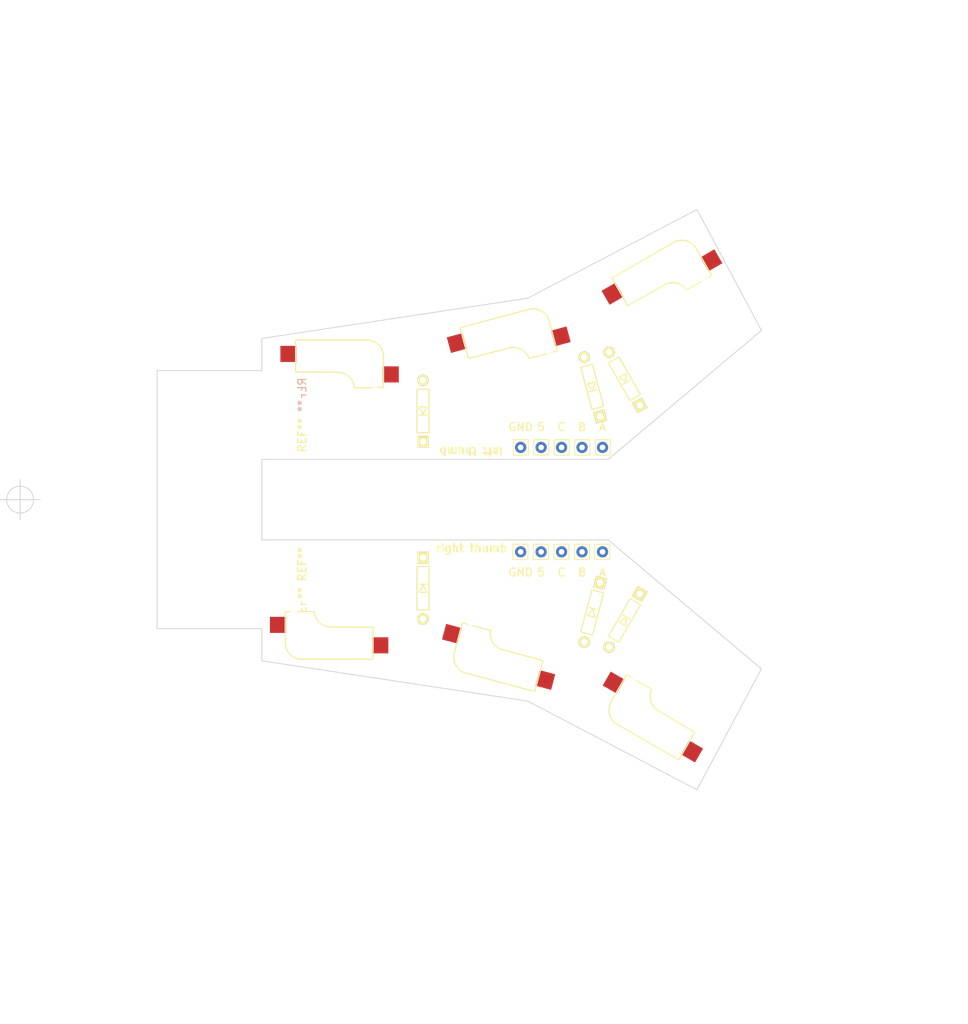
<source format=kicad_pcb>
(kicad_pcb (version 20171130) (host pcbnew 5.1.12)

  (general
    (thickness 1.6)
    (drawings 35)
    (tracks 0)
    (zones 0)
    (modules 26)
    (nets 16)
  )

  (page A4)
  (layers
    (0 F.Cu signal)
    (31 B.Cu signal)
    (32 B.Adhes user)
    (33 F.Adhes user)
    (34 B.Paste user)
    (35 F.Paste user)
    (36 B.SilkS user)
    (37 F.SilkS user)
    (38 B.Mask user)
    (39 F.Mask user)
    (40 Dwgs.User user)
    (41 Cmts.User user)
    (42 Eco1.User user)
    (43 Eco2.User user)
    (44 Edge.Cuts user)
    (45 Margin user)
    (46 B.CrtYd user)
    (47 F.CrtYd user)
    (48 B.Fab user)
    (49 F.Fab user)
  )

  (setup
    (last_trace_width 0.25)
    (trace_clearance 0.2)
    (zone_clearance 0.508)
    (zone_45_only no)
    (trace_min 0.2)
    (via_size 0.8)
    (via_drill 0.4)
    (via_min_size 0.4)
    (via_min_drill 0.3)
    (uvia_size 0.3)
    (uvia_drill 0.1)
    (uvias_allowed no)
    (uvia_min_size 0.2)
    (uvia_min_drill 0.1)
    (edge_width 0.1)
    (segment_width 0.2)
    (pcb_text_width 0.3)
    (pcb_text_size 1.5 1.5)
    (mod_edge_width 0.15)
    (mod_text_size 1 1)
    (mod_text_width 0.15)
    (pad_size 1.4 1.4)
    (pad_drill 0.7)
    (pad_to_mask_clearance 0)
    (aux_axis_origin 0 0)
    (visible_elements FFFFFF7F)
    (pcbplotparams
      (layerselection 0x010fc_ffffffff)
      (usegerberextensions false)
      (usegerberattributes true)
      (usegerberadvancedattributes true)
      (creategerberjobfile true)
      (excludeedgelayer true)
      (linewidth 0.100000)
      (plotframeref false)
      (viasonmask false)
      (mode 1)
      (useauxorigin false)
      (hpglpennumber 1)
      (hpglpenspeed 20)
      (hpglpendiameter 15.000000)
      (psnegative false)
      (psa4output false)
      (plotreference true)
      (plotvalue true)
      (plotinvisibletext false)
      (padsonsilk false)
      (subtractmaskfromsilk false)
      (outputformat 1)
      (mirror false)
      (drillshape 1)
      (scaleselection 1)
      (outputdirectory ""))
  )

  (net 0 "")
  (net 1 "Net-(D_LA5-Pad2)")
  (net 2 "Net-(D_LA5-Pad1)")
  (net 3 "Net-(D_LB5-Pad2)")
  (net 4 "Net-(D_LC5-Pad2)")
  (net 5 "Net-(H_LA1-Pad1)")
  (net 6 "Net-(H_LB1-Pad1)")
  (net 7 "Net-(H_LC1-Pad1)")
  (net 8 GND)
  (net 9 "Net-(D_RA5-Pad1)")
  (net 10 "Net-(D_RA5-Pad2)")
  (net 11 "Net-(D_RB5-Pad2)")
  (net 12 "Net-(D_RC5-Pad2)")
  (net 13 "Net-(H_RA1-Pad1)")
  (net 14 "Net-(H_RB1-Pad1)")
  (net 15 "Net-(H_RC1-Pad1)")

  (net_class Default "これはデフォルトのネット クラスです。"
    (clearance 0.2)
    (trace_width 0.25)
    (via_dia 0.8)
    (via_drill 0.4)
    (uvia_dia 0.3)
    (uvia_drill 0.1)
    (add_net GND)
    (add_net "Net-(D_LA5-Pad1)")
    (add_net "Net-(D_LA5-Pad2)")
    (add_net "Net-(D_LB5-Pad2)")
    (add_net "Net-(D_LC5-Pad2)")
    (add_net "Net-(D_RA5-Pad1)")
    (add_net "Net-(D_RA5-Pad2)")
    (add_net "Net-(D_RB5-Pad2)")
    (add_net "Net-(D_RC5-Pad2)")
    (add_net "Net-(H_LA1-Pad1)")
    (add_net "Net-(H_LB1-Pad1)")
    (add_net "Net-(H_LC1-Pad1)")
    (add_net "Net-(H_RA1-Pad1)")
    (add_net "Net-(H_RB1-Pad1)")
    (add_net "Net-(H_RC1-Pad1)")
  )

  (module local:mouse_bite_5mm (layer F.Cu) (tedit 61A5A0D3) (tstamp 626450C4)
    (at 40 52 90)
    (fp_text reference REF** (at 0 5 90) (layer F.SilkS)
      (effects (font (size 1 1) (thickness 0.15)))
    )
    (fp_text value mouse_bite_5mm (at 0 -5 90) (layer F.Fab)
      (effects (font (size 1 1) (thickness 0.15)))
    )
    (fp_line (start 2.5 -2.5) (end -2.5 -2.5) (layer Eco1.User) (width 0.12))
    (fp_line (start 2.5 2.5) (end 2.5 -2.5) (layer Eco1.User) (width 0.12))
    (fp_line (start -2.5 2.5) (end 2.5 2.5) (layer Eco1.User) (width 0.12))
    (fp_line (start -2.5 -2.5) (end -2.5 2.5) (layer Eco1.User) (width 0.12))
    (pad "" np_thru_hole circle (at 0 0 90) (size 0.6 0.6) (drill 0.6) (layers *.Cu *.Mask))
    (pad "" np_thru_hole circle (at 1 0 90) (size 0.6 0.6) (drill 0.6) (layers *.Cu *.Mask))
    (pad "" np_thru_hole circle (at 2 0 90) (size 0.6 0.6) (drill 0.6) (layers *.Cu *.Mask))
    (pad "" np_thru_hole circle (at -1 0 90) (size 0.6 0.6) (drill 0.6) (layers *.Cu *.Mask))
    (pad "" np_thru_hole circle (at -2 0 90) (size 0.6 0.6) (drill 0.6) (layers *.Cu *.Mask))
  )

  (module local:mouse_bite_5mm (layer F.Cu) (tedit 61A5A0D3) (tstamp 626450C4)
    (at 40 68 90)
    (fp_text reference REF** (at 0 5 90) (layer F.SilkS)
      (effects (font (size 1 1) (thickness 0.15)))
    )
    (fp_text value mouse_bite_5mm (at 0 -5 90) (layer F.Fab)
      (effects (font (size 1 1) (thickness 0.15)))
    )
    (fp_line (start 2.5 -2.5) (end -2.5 -2.5) (layer Eco1.User) (width 0.12))
    (fp_line (start 2.5 2.5) (end 2.5 -2.5) (layer Eco1.User) (width 0.12))
    (fp_line (start -2.5 2.5) (end 2.5 2.5) (layer Eco1.User) (width 0.12))
    (fp_line (start -2.5 -2.5) (end -2.5 2.5) (layer Eco1.User) (width 0.12))
    (pad "" np_thru_hole circle (at 0 0 90) (size 0.6 0.6) (drill 0.6) (layers *.Cu *.Mask))
    (pad "" np_thru_hole circle (at 1 0 90) (size 0.6 0.6) (drill 0.6) (layers *.Cu *.Mask))
    (pad "" np_thru_hole circle (at 2 0 90) (size 0.6 0.6) (drill 0.6) (layers *.Cu *.Mask))
    (pad "" np_thru_hole circle (at -1 0 90) (size 0.6 0.6) (drill 0.6) (layers *.Cu *.Mask))
    (pad "" np_thru_hole circle (at -2 0 90) (size 0.6 0.6) (drill 0.6) (layers *.Cu *.Mask))
  )

  (module local:mouse_bite_5mm (layer B.Cu) (tedit 61A5A0D3) (tstamp 62644CA3)
    (at 40 47 270)
    (fp_text reference REF** (at 0 -5 270) (layer B.SilkS)
      (effects (font (size 1 1) (thickness 0.15)) (justify mirror))
    )
    (fp_text value mouse_bite_5mm (at 0 5 270) (layer B.Fab)
      (effects (font (size 1 1) (thickness 0.15)) (justify mirror))
    )
    (fp_line (start 2.5 2.5) (end -2.5 2.5) (layer Eco1.User) (width 0.12))
    (fp_line (start 2.5 -2.5) (end 2.5 2.5) (layer Eco1.User) (width 0.12))
    (fp_line (start -2.5 -2.5) (end 2.5 -2.5) (layer Eco1.User) (width 0.12))
    (fp_line (start -2.5 2.5) (end -2.5 -2.5) (layer Eco1.User) (width 0.12))
    (pad "" np_thru_hole circle (at 0 0 270) (size 0.6 0.6) (drill 0.6) (layers *.Cu *.Mask))
    (pad "" np_thru_hole circle (at 1 0 270) (size 0.6 0.6) (drill 0.6) (layers *.Cu *.Mask))
    (pad "" np_thru_hole circle (at 2 0 270) (size 0.6 0.6) (drill 0.6) (layers *.Cu *.Mask))
    (pad "" np_thru_hole circle (at -1 0 270) (size 0.6 0.6) (drill 0.6) (layers *.Cu *.Mask))
    (pad "" np_thru_hole circle (at -2 0 270) (size 0.6 0.6) (drill 0.6) (layers *.Cu *.Mask))
  )

  (module local:D_TH (layer F.Cu) (tedit 61A25446) (tstamp 62644C94)
    (at 60 49 90)
    (descr "Resitance 3 pas")
    (tags R)
    (path /61A37E86)
    (autoplace_cost180 10)
    (fp_text reference D_LC5 (at 0.55 0 270) (layer F.Fab) hide
      (effects (font (size 0.5 0.5) (thickness 0.125)))
    )
    (fp_text value D_C5 (at -0.55 0 270) (layer F.Fab) hide
      (effects (font (size 0.5 0.5) (thickness 0.125)))
    )
    (fp_line (start 2.7 0.75) (end 2.7 -0.75) (layer F.SilkS) (width 0.15))
    (fp_line (start -2.7 0.75) (end 2.7 0.75) (layer F.SilkS) (width 0.15))
    (fp_line (start -2.7 -0.75) (end -2.7 0.75) (layer F.SilkS) (width 0.15))
    (fp_line (start 2.7 -0.75) (end -2.7 -0.75) (layer F.SilkS) (width 0.15))
    (fp_line (start -0.5 -0.5) (end -0.5 0.5) (layer F.SilkS) (width 0.15))
    (fp_line (start 0.5 0.5) (end -0.4 0) (layer F.SilkS) (width 0.15))
    (fp_line (start 0.5 -0.5) (end 0.5 0.5) (layer F.SilkS) (width 0.15))
    (fp_line (start -0.4 0) (end 0.5 -0.5) (layer F.SilkS) (width 0.15))
    (pad 2 thru_hole circle (at 3.81 0 90) (size 1.397 1.397) (drill 0.8128) (layers *.Cu *.Mask F.SilkS)
      (net 4 "Net-(D_LC5-Pad2)"))
    (pad 1 thru_hole rect (at -3.81 0 90) (size 1.397 1.397) (drill 0.8128) (layers *.Cu *.Mask F.SilkS)
      (net 2 "Net-(D_LA5-Pad1)"))
    (model Diodes_SMD.3dshapes/SMB_Handsoldering.wrl
      (at (xyz 0 0 0))
      (scale (xyz 0.22 0.15 0.15))
      (rotate (xyz 0 0 180))
    )
  )

  (module local:CherryMX_Hotswap (layer B.Cu) (tedit 61A26F54) (tstamp 62644C76)
    (at 49 47 180)
    (path /61A2FE9B)
    (fp_text reference SW_LC5 (at 7.1 -8.2) (layer B.SilkS) hide
      (effects (font (size 1 1) (thickness 0.15)) (justify mirror))
    )
    (fp_text value SW_PUSH-foostan (at -4.8 -8.3) (layer B.Fab) hide
      (effects (font (size 1 1) (thickness 0.15)) (justify mirror))
    )
    (fp_line (start -7 -7) (end -6 -7) (layer Dwgs.User) (width 0.15))
    (fp_line (start 7 7) (end 7 6) (layer Dwgs.User) (width 0.15))
    (fp_line (start -7 7) (end -6 7) (layer Dwgs.User) (width 0.15))
    (fp_line (start 7 -7) (end 7 -6) (layer Dwgs.User) (width 0.15))
    (fp_line (start 6 -7) (end 7 -7) (layer Dwgs.User) (width 0.15))
    (fp_line (start -7 -6) (end -7 -7) (layer Dwgs.User) (width 0.15))
    (fp_line (start 7 7) (end 6 7) (layer Dwgs.User) (width 0.15))
    (fp_line (start -7 6) (end -7 7) (layer Dwgs.User) (width 0.15))
    (fp_line (start -9.5 -9.5) (end -9.5 9.5) (layer Dwgs.User) (width 0.15))
    (fp_line (start 9.5 -9.5) (end -9.5 -9.5) (layer Dwgs.User) (width 0.15))
    (fp_line (start 9.5 9.5) (end 9.5 -9.5) (layer Dwgs.User) (width 0.15))
    (fp_line (start -9.5 9.5) (end 9.5 9.5) (layer Dwgs.User) (width 0.15))
    (fp_line (start 4.8 2.85) (end -0.25 2.804) (layer F.SilkS) (width 0.15))
    (fp_line (start 4.8 6.804) (end -3.825 6.804) (layer F.SilkS) (width 0.15))
    (fp_line (start -6.1 4.85) (end -6.1 0.905) (layer F.SilkS) (width 0.15))
    (fp_line (start 4.8 2.896) (end 4.8 6.804) (layer F.SilkS) (width 0.15))
    (fp_line (start -6.1 0.896) (end -2.49 0.896) (layer F.SilkS) (width 0.15))
    (fp_arc (start -0.415 0.73) (end -0.225 2.8) (angle 90) (layer F.SilkS) (width 0.15))
    (fp_arc (start -4.015 4.73) (end -3.825 6.804) (angle 90) (layer F.SilkS) (width 0.15))
    (pad 2 smd rect (at -7 2.54) (size 2 2) (layers F.Cu F.Paste F.Mask)
      (net 7 "Net-(H_LC1-Pad1)"))
    (pad "" np_thru_hole circle (at 0 0 90) (size 4.1 4.1) (drill 4.1) (layers *.Cu *.Mask))
    (pad "" np_thru_hole circle (at 5.08 0 180) (size 1.9 1.9) (drill 1.9) (layers *.Cu *.Mask))
    (pad "" np_thru_hole circle (at -5.08 0 180) (size 1.9 1.9) (drill 1.9) (layers *.Cu *.Mask))
    (pad 1 smd rect (at 5.7 5.08) (size 2 2) (layers F.Cu F.Paste F.Mask)
      (net 4 "Net-(D_LC5-Pad2)"))
    (pad "" np_thru_hole circle (at -3.81 2.54 180) (size 3 3) (drill 3) (layers *.Cu *.Mask))
    (pad "" np_thru_hole circle (at 2.54 5.08 180) (size 3 3) (drill 3) (layers *.Cu *.Mask))
    (model /Users/foostan/src/github.com/foostan/kbd/kicad-packages3D/kbd.3dshapes/Kailh-CherryMX-Socket.step
      (offset (xyz -1.3 7.6 -3.6))
      (scale (xyz 1 1 1))
      (rotate (xyz 0 0 180))
    )
  )

  (module local:Pin_D0.7mm (layer F.Cu) (tedit 61A2FA53) (tstamp 62644C69)
    (at 74.66 53.52 180)
    (descr "solder Pin_ with flat fork, hole diameter 0.7mm, length 6.5mm, width 1.8mm")
    (tags "solder Pin_ with flat fork")
    (path /61A27B42)
    (fp_text reference H_L5 (at 0 -3.81) (layer F.Fab)
      (effects (font (size 0.8 0.8) (thickness 0.15)))
    )
    (fp_text value 5 (at 0 2.54) (layer F.SilkS)
      (effects (font (size 1 1) (thickness 0.15)))
    )
    (fp_line (start -0.95 -0.95) (end -0.95 0.95) (layer F.SilkS) (width 0.12))
    (fp_line (start -0.95 0.95) (end 0.9 0.95) (layer F.SilkS) (width 0.12))
    (fp_line (start 0.9 0.95) (end 0.9 -0.9) (layer F.SilkS) (width 0.12))
    (fp_line (start 0.9 -0.9) (end 0.9 -0.95) (layer F.SilkS) (width 0.12))
    (fp_line (start 0.9 -0.95) (end -0.95 -0.95) (layer F.SilkS) (width 0.12))
    (fp_line (start -0.9 -0.25) (end 0.85 -0.25) (layer F.Fab) (width 0.12))
    (fp_line (start 0.85 -0.25) (end 0.85 0.25) (layer F.Fab) (width 0.12))
    (fp_line (start 0.85 0.25) (end -0.9 0.25) (layer F.Fab) (width 0.12))
    (fp_line (start -0.9 0.25) (end -0.9 -0.25) (layer F.Fab) (width 0.12))
    (pad 1 thru_hole circle (at 0 0 180) (size 1.4 1.4) (drill 0.7) (layers *.Cu *.Mask)
      (net 2 "Net-(D_LA5-Pad1)"))
    (model ${KISYS3DMOD}/Connector_Pin.3dshapes/Pin_D0.7mm_L6.5mm_W1.8mm_FlatFork.wrl
      (at (xyz 0 0 0))
      (scale (xyz 1 1 1))
      (rotate (xyz 0 0 0))
    )
  )

  (module local:CherryMX_Hotswap (layer B.Cu) (tedit 61A26F54) (tstamp 62644C4B)
    (at 71 44 195)
    (path /61A2B094)
    (fp_text reference SW_LB5 (at 7.1 -8.200001 15) (layer B.SilkS) hide
      (effects (font (size 1 1) (thickness 0.15)) (justify mirror))
    )
    (fp_text value SW_PUSH-foostan (at -4.8 -8.3 15) (layer B.Fab) hide
      (effects (font (size 1 1) (thickness 0.15)) (justify mirror))
    )
    (fp_line (start -6.1 0.896) (end -2.49 0.896) (layer F.SilkS) (width 0.15))
    (fp_line (start 4.8 2.896) (end 4.8 6.804) (layer F.SilkS) (width 0.15))
    (fp_line (start -6.1 4.85) (end -6.1 0.905) (layer F.SilkS) (width 0.15))
    (fp_line (start 4.8 6.804) (end -3.825 6.804) (layer F.SilkS) (width 0.15))
    (fp_line (start 4.8 2.85) (end -0.25 2.804) (layer F.SilkS) (width 0.15))
    (fp_line (start -9.5 9.5) (end 9.5 9.5) (layer Dwgs.User) (width 0.15))
    (fp_line (start 9.5 9.5) (end 9.5 -9.5) (layer Dwgs.User) (width 0.15))
    (fp_line (start 9.5 -9.5) (end -9.5 -9.5) (layer Dwgs.User) (width 0.15))
    (fp_line (start -9.5 -9.5) (end -9.5 9.5) (layer Dwgs.User) (width 0.15))
    (fp_line (start -7 6) (end -7 7) (layer Dwgs.User) (width 0.15))
    (fp_line (start 7 7) (end 6 7) (layer Dwgs.User) (width 0.15))
    (fp_line (start -7 -6) (end -7 -7) (layer Dwgs.User) (width 0.15))
    (fp_line (start 6 -7) (end 7 -7) (layer Dwgs.User) (width 0.15))
    (fp_line (start 7 -7) (end 7 -6) (layer Dwgs.User) (width 0.15))
    (fp_line (start -7 7) (end -6 7) (layer Dwgs.User) (width 0.15))
    (fp_line (start 7 7) (end 7 6) (layer Dwgs.User) (width 0.15))
    (fp_line (start -7 -7) (end -6 -7) (layer Dwgs.User) (width 0.15))
    (fp_arc (start -4.015 4.73) (end -3.825 6.804) (angle 90) (layer F.SilkS) (width 0.15))
    (fp_arc (start -0.415 0.73) (end -0.225 2.8) (angle 90) (layer F.SilkS) (width 0.15))
    (pad "" np_thru_hole circle (at 2.54 5.08 195) (size 3 3) (drill 3) (layers *.Cu *.Mask))
    (pad "" np_thru_hole circle (at -3.81 2.54 195) (size 3 3) (drill 3) (layers *.Cu *.Mask))
    (pad 1 smd rect (at 5.7 5.08 15) (size 2 2) (layers F.Cu F.Paste F.Mask)
      (net 3 "Net-(D_LB5-Pad2)"))
    (pad "" np_thru_hole circle (at -5.08 0 195) (size 1.9 1.9) (drill 1.9) (layers *.Cu *.Mask))
    (pad "" np_thru_hole circle (at 5.08 0 195) (size 1.9 1.9) (drill 1.9) (layers *.Cu *.Mask))
    (pad "" np_thru_hole circle (at 0 0 105) (size 4.1 4.1) (drill 4.1) (layers *.Cu *.Mask))
    (pad 2 smd rect (at -7 2.54 15) (size 2 2) (layers F.Cu F.Paste F.Mask)
      (net 6 "Net-(H_LB1-Pad1)"))
    (model /Users/foostan/src/github.com/foostan/kbd/kicad-packages3D/kbd.3dshapes/Kailh-CherryMX-Socket.step
      (offset (xyz -1.3 7.6 -3.6))
      (scale (xyz 1 1 1))
      (rotate (xyz 0 0 180))
    )
  )

  (module local:CherryMX_Hotswap (layer B.Cu) (tedit 61A26F54) (tstamp 62644C2D)
    (at 91 36 210)
    (path /61A293DD)
    (fp_text reference SW_LA5 (at 7.1 -8.2 30) (layer B.SilkS) hide
      (effects (font (size 1 1) (thickness 0.15)) (justify mirror))
    )
    (fp_text value SW_PUSH-foostan (at -4.8 -8.3 30) (layer B.Fab) hide
      (effects (font (size 1 1) (thickness 0.15)) (justify mirror))
    )
    (fp_line (start -6.1 0.896) (end -2.49 0.896) (layer F.SilkS) (width 0.15))
    (fp_line (start 4.8 2.896) (end 4.8 6.804) (layer F.SilkS) (width 0.15))
    (fp_line (start -6.1 4.85) (end -6.1 0.905) (layer F.SilkS) (width 0.15))
    (fp_line (start 4.8 6.804) (end -3.825 6.804) (layer F.SilkS) (width 0.15))
    (fp_line (start 4.8 2.85) (end -0.25 2.804) (layer F.SilkS) (width 0.15))
    (fp_line (start -9.5 9.5) (end 9.5 9.5) (layer Dwgs.User) (width 0.15))
    (fp_line (start 9.5 9.5) (end 9.5 -9.5) (layer Dwgs.User) (width 0.15))
    (fp_line (start 9.5 -9.5) (end -9.5 -9.5) (layer Dwgs.User) (width 0.15))
    (fp_line (start -9.5 -9.5) (end -9.5 9.5) (layer Dwgs.User) (width 0.15))
    (fp_line (start -7 6) (end -7 7) (layer Dwgs.User) (width 0.15))
    (fp_line (start 7 7) (end 6 7) (layer Dwgs.User) (width 0.15))
    (fp_line (start -7 -6) (end -7 -7) (layer Dwgs.User) (width 0.15))
    (fp_line (start 6 -7) (end 7 -7) (layer Dwgs.User) (width 0.15))
    (fp_line (start 7 -7) (end 7 -6) (layer Dwgs.User) (width 0.15))
    (fp_line (start -7 7) (end -6 7) (layer Dwgs.User) (width 0.15))
    (fp_line (start 7 7) (end 7 6) (layer Dwgs.User) (width 0.15))
    (fp_line (start -7 -7) (end -6 -7) (layer Dwgs.User) (width 0.15))
    (fp_arc (start -4.015 4.73) (end -3.825 6.804) (angle 90) (layer F.SilkS) (width 0.15))
    (fp_arc (start -0.415 0.73) (end -0.225 2.8) (angle 90) (layer F.SilkS) (width 0.15))
    (pad "" np_thru_hole circle (at 2.54 5.08 210) (size 3 3) (drill 3) (layers *.Cu *.Mask))
    (pad "" np_thru_hole circle (at -3.81 2.54 210) (size 3 3) (drill 3) (layers *.Cu *.Mask))
    (pad 1 smd rect (at 5.7 5.08 30) (size 2 2) (layers F.Cu F.Paste F.Mask)
      (net 1 "Net-(D_LA5-Pad2)"))
    (pad "" np_thru_hole circle (at -5.08 0 210) (size 1.9 1.9) (drill 1.9) (layers *.Cu *.Mask))
    (pad "" np_thru_hole circle (at 5.08 0 210) (size 1.9 1.9) (drill 1.9) (layers *.Cu *.Mask))
    (pad "" np_thru_hole circle (at 0 0 120) (size 4.1 4.1) (drill 4.1) (layers *.Cu *.Mask))
    (pad 2 smd rect (at -7 2.54 30) (size 2 2) (layers F.Cu F.Paste F.Mask)
      (net 5 "Net-(H_LA1-Pad1)"))
    (model /Users/foostan/src/github.com/foostan/kbd/kicad-packages3D/kbd.3dshapes/Kailh-CherryMX-Socket.step
      (offset (xyz -1.3 7.6 -3.6))
      (scale (xyz 1 1 1))
      (rotate (xyz 0 0 180))
    )
  )

  (module local:Pin_D0.7mm (layer F.Cu) (tedit 61A2FA53) (tstamp 62644C1A)
    (at 82.28 53.52 180)
    (descr "solder Pin_ with flat fork, hole diameter 0.7mm, length 6.5mm, width 1.8mm")
    (tags "solder Pin_ with flat fork")
    (path /61A275B8)
    (fp_text reference H_LA1 (at 0 -3.81) (layer F.Fab)
      (effects (font (size 0.8 0.8) (thickness 0.15)))
    )
    (fp_text value A (at 0 2.54) (layer F.SilkS)
      (effects (font (size 1 1) (thickness 0.15)))
    )
    (fp_line (start -0.95 -0.95) (end -0.95 0.95) (layer F.SilkS) (width 0.12))
    (fp_line (start -0.95 0.95) (end 0.9 0.95) (layer F.SilkS) (width 0.12))
    (fp_line (start 0.9 0.95) (end 0.9 -0.9) (layer F.SilkS) (width 0.12))
    (fp_line (start 0.9 -0.9) (end 0.9 -0.95) (layer F.SilkS) (width 0.12))
    (fp_line (start 0.9 -0.95) (end -0.95 -0.95) (layer F.SilkS) (width 0.12))
    (fp_line (start -0.9 -0.25) (end 0.85 -0.25) (layer F.Fab) (width 0.12))
    (fp_line (start 0.85 -0.25) (end 0.85 0.25) (layer F.Fab) (width 0.12))
    (fp_line (start 0.85 0.25) (end -0.9 0.25) (layer F.Fab) (width 0.12))
    (fp_line (start -0.9 0.25) (end -0.9 -0.25) (layer F.Fab) (width 0.12))
    (pad 1 thru_hole circle (at 0 0 180) (size 1.4 1.4) (drill 0.7) (layers *.Cu *.Mask)
      (net 5 "Net-(H_LA1-Pad1)"))
    (model ${KISYS3DMOD}/Connector_Pin.3dshapes/Pin_D0.7mm_L6.5mm_W1.8mm_FlatFork.wrl
      (at (xyz 0 0 0))
      (scale (xyz 1 1 1))
      (rotate (xyz 0 0 0))
    )
  )

  (module local:Pin_D0.7mm (layer F.Cu) (tedit 61A2FA53) (tstamp 62644C0D)
    (at 72.12 53.52 180)
    (descr "solder Pin_ with flat fork, hole diameter 0.7mm, length 6.5mm, width 1.8mm")
    (tags "solder Pin_ with flat fork")
    (path /61A27F0E)
    (fp_text reference H_LGND1 (at 0 -3.81) (layer F.Fab)
      (effects (font (size 0.8 0.8) (thickness 0.15)))
    )
    (fp_text value GND (at 0 2.54) (layer F.SilkS)
      (effects (font (size 1 1) (thickness 0.15)))
    )
    (fp_line (start -0.95 -0.95) (end -0.95 0.95) (layer F.SilkS) (width 0.12))
    (fp_line (start -0.95 0.95) (end 0.9 0.95) (layer F.SilkS) (width 0.12))
    (fp_line (start 0.9 0.95) (end 0.9 -0.9) (layer F.SilkS) (width 0.12))
    (fp_line (start 0.9 -0.9) (end 0.9 -0.95) (layer F.SilkS) (width 0.12))
    (fp_line (start 0.9 -0.95) (end -0.95 -0.95) (layer F.SilkS) (width 0.12))
    (fp_line (start -0.9 -0.25) (end 0.85 -0.25) (layer F.Fab) (width 0.12))
    (fp_line (start 0.85 -0.25) (end 0.85 0.25) (layer F.Fab) (width 0.12))
    (fp_line (start 0.85 0.25) (end -0.9 0.25) (layer F.Fab) (width 0.12))
    (fp_line (start -0.9 0.25) (end -0.9 -0.25) (layer F.Fab) (width 0.12))
    (pad 1 thru_hole circle (at 0 0 180) (size 1.4 1.4) (drill 0.7) (layers *.Cu *.Mask)
      (net 8 GND))
    (model ${KISYS3DMOD}/Connector_Pin.3dshapes/Pin_D0.7mm_L6.5mm_W1.8mm_FlatFork.wrl
      (at (xyz 0 0 0))
      (scale (xyz 1 1 1))
      (rotate (xyz 0 0 0))
    )
  )

  (module local:D_TH (layer F.Cu) (tedit 61A25446) (tstamp 62644C00)
    (at 81 46 105)
    (descr "Resitance 3 pas")
    (tags R)
    (path /61A3850D)
    (autoplace_cost180 10)
    (fp_text reference D_LB5 (at 0.55 0 285) (layer F.Fab) hide
      (effects (font (size 0.5 0.5) (thickness 0.125)))
    )
    (fp_text value D_B5 (at -0.55 0 285) (layer F.Fab) hide
      (effects (font (size 0.5 0.5) (thickness 0.125)))
    )
    (fp_line (start -0.4 0) (end 0.5 -0.5) (layer F.SilkS) (width 0.15))
    (fp_line (start 0.5 -0.5) (end 0.5 0.5) (layer F.SilkS) (width 0.15))
    (fp_line (start 0.5 0.5) (end -0.4 0) (layer F.SilkS) (width 0.15))
    (fp_line (start -0.5 -0.5) (end -0.5 0.5) (layer F.SilkS) (width 0.15))
    (fp_line (start 2.7 -0.75) (end -2.7 -0.75) (layer F.SilkS) (width 0.15))
    (fp_line (start -2.7 -0.75) (end -2.7 0.75) (layer F.SilkS) (width 0.15))
    (fp_line (start -2.7 0.75) (end 2.7 0.75) (layer F.SilkS) (width 0.15))
    (fp_line (start 2.7 0.75) (end 2.7 -0.75) (layer F.SilkS) (width 0.15))
    (pad 1 thru_hole rect (at -3.81 0 105) (size 1.397 1.397) (drill 0.8128) (layers *.Cu *.Mask F.SilkS)
      (net 2 "Net-(D_LA5-Pad1)"))
    (pad 2 thru_hole circle (at 3.81 0 105) (size 1.397 1.397) (drill 0.8128) (layers *.Cu *.Mask F.SilkS)
      (net 3 "Net-(D_LB5-Pad2)"))
    (model Diodes_SMD.3dshapes/SMB_Handsoldering.wrl
      (at (xyz 0 0 0))
      (scale (xyz 0.22 0.15 0.15))
      (rotate (xyz 0 0 180))
    )
  )

  (module local:D_TH (layer F.Cu) (tedit 61A25446) (tstamp 62644BF3)
    (at 85 45 120)
    (descr "Resitance 3 pas")
    (tags R)
    (path /61A38A85)
    (autoplace_cost180 10)
    (fp_text reference D_LA5 (at 0.55 0 300) (layer F.Fab) hide
      (effects (font (size 0.5 0.5) (thickness 0.125)))
    )
    (fp_text value D_A5 (at -0.55 0 300) (layer F.Fab) hide
      (effects (font (size 0.5 0.5) (thickness 0.125)))
    )
    (fp_line (start 2.7 0.75) (end 2.7 -0.75) (layer F.SilkS) (width 0.15))
    (fp_line (start -2.7 0.75) (end 2.7 0.75) (layer F.SilkS) (width 0.15))
    (fp_line (start -2.7 -0.75) (end -2.7 0.75) (layer F.SilkS) (width 0.15))
    (fp_line (start 2.7 -0.75) (end -2.7 -0.75) (layer F.SilkS) (width 0.15))
    (fp_line (start -0.5 -0.5) (end -0.5 0.5) (layer F.SilkS) (width 0.15))
    (fp_line (start 0.5 0.5) (end -0.4 0) (layer F.SilkS) (width 0.15))
    (fp_line (start 0.5 -0.5) (end 0.5 0.5) (layer F.SilkS) (width 0.15))
    (fp_line (start -0.4 0) (end 0.5 -0.5) (layer F.SilkS) (width 0.15))
    (pad 2 thru_hole circle (at 3.81 0 120) (size 1.397 1.397) (drill 0.8128) (layers *.Cu *.Mask F.SilkS)
      (net 1 "Net-(D_LA5-Pad2)"))
    (pad 1 thru_hole rect (at -3.81 0 120) (size 1.397 1.397) (drill 0.8128) (layers *.Cu *.Mask F.SilkS)
      (net 2 "Net-(D_LA5-Pad1)"))
    (model Diodes_SMD.3dshapes/SMB_Handsoldering.wrl
      (at (xyz 0 0 0))
      (scale (xyz 0.22 0.15 0.15))
      (rotate (xyz 0 0 180))
    )
  )

  (module local:Pin_D0.7mm (layer F.Cu) (tedit 61A2FA53) (tstamp 62644BE6)
    (at 79.74 53.52 180)
    (descr "solder Pin_ with flat fork, hole diameter 0.7mm, length 6.5mm, width 1.8mm")
    (tags "solder Pin_ with flat fork")
    (path /61A25B2F)
    (fp_text reference H_LB1 (at 0 -3.81) (layer F.Fab)
      (effects (font (size 0.8 0.8) (thickness 0.15)))
    )
    (fp_text value B (at 0 2.54) (layer F.SilkS)
      (effects (font (size 1 1) (thickness 0.15)))
    )
    (fp_line (start -0.95 -0.95) (end -0.95 0.95) (layer F.SilkS) (width 0.12))
    (fp_line (start -0.95 0.95) (end 0.9 0.95) (layer F.SilkS) (width 0.12))
    (fp_line (start 0.9 0.95) (end 0.9 -0.9) (layer F.SilkS) (width 0.12))
    (fp_line (start 0.9 -0.9) (end 0.9 -0.95) (layer F.SilkS) (width 0.12))
    (fp_line (start 0.9 -0.95) (end -0.95 -0.95) (layer F.SilkS) (width 0.12))
    (fp_line (start -0.9 -0.25) (end 0.85 -0.25) (layer F.Fab) (width 0.12))
    (fp_line (start 0.85 -0.25) (end 0.85 0.25) (layer F.Fab) (width 0.12))
    (fp_line (start 0.85 0.25) (end -0.9 0.25) (layer F.Fab) (width 0.12))
    (fp_line (start -0.9 0.25) (end -0.9 -0.25) (layer F.Fab) (width 0.12))
    (pad 1 thru_hole circle (at 0 0 180) (size 1.4 1.4) (drill 0.7) (layers *.Cu *.Mask)
      (net 6 "Net-(H_LB1-Pad1)"))
    (model ${KISYS3DMOD}/Connector_Pin.3dshapes/Pin_D0.7mm_L6.5mm_W1.8mm_FlatFork.wrl
      (at (xyz 0 0 0))
      (scale (xyz 1 1 1))
      (rotate (xyz 0 0 0))
    )
  )

  (module local:Pin_D0.7mm (layer F.Cu) (tedit 61A2FA53) (tstamp 62644BD9)
    (at 77.2 53.52 180)
    (descr "solder Pin_ with flat fork, hole diameter 0.7mm, length 6.5mm, width 1.8mm")
    (tags "solder Pin_ with flat fork")
    (path /61A26894)
    (fp_text reference H_LC1 (at 0 -3.81) (layer F.Fab)
      (effects (font (size 0.8 0.8) (thickness 0.15)))
    )
    (fp_text value C (at 0 2.54) (layer F.SilkS)
      (effects (font (size 1 1) (thickness 0.15)))
    )
    (fp_line (start -0.95 -0.95) (end -0.95 0.95) (layer F.SilkS) (width 0.12))
    (fp_line (start -0.95 0.95) (end 0.9 0.95) (layer F.SilkS) (width 0.12))
    (fp_line (start 0.9 0.95) (end 0.9 -0.9) (layer F.SilkS) (width 0.12))
    (fp_line (start 0.9 -0.9) (end 0.9 -0.95) (layer F.SilkS) (width 0.12))
    (fp_line (start 0.9 -0.95) (end -0.95 -0.95) (layer F.SilkS) (width 0.12))
    (fp_line (start -0.9 -0.25) (end 0.85 -0.25) (layer F.Fab) (width 0.12))
    (fp_line (start 0.85 -0.25) (end 0.85 0.25) (layer F.Fab) (width 0.12))
    (fp_line (start 0.85 0.25) (end -0.9 0.25) (layer F.Fab) (width 0.12))
    (fp_line (start -0.9 0.25) (end -0.9 -0.25) (layer F.Fab) (width 0.12))
    (pad 1 thru_hole circle (at 0 0 180) (size 1.4 1.4) (drill 0.7) (layers *.Cu *.Mask)
      (net 7 "Net-(H_LC1-Pad1)"))
    (model ${KISYS3DMOD}/Connector_Pin.3dshapes/Pin_D0.7mm_L6.5mm_W1.8mm_FlatFork.wrl
      (at (xyz 0 0 0))
      (scale (xyz 1 1 1))
      (rotate (xyz 0 0 0))
    )
  )

  (module local:mouse_bite_5mm (layer F.Cu) (tedit 61A5A0D3) (tstamp 6264484A)
    (at 40 73 90)
    (fp_text reference REF** (at 0 5 90) (layer F.SilkS)
      (effects (font (size 1 1) (thickness 0.15)))
    )
    (fp_text value mouse_bite_5mm (at 0 -5 90) (layer F.Fab)
      (effects (font (size 1 1) (thickness 0.15)))
    )
    (fp_line (start 2.5 -2.5) (end -2.5 -2.5) (layer Eco1.User) (width 0.12))
    (fp_line (start 2.5 2.5) (end 2.5 -2.5) (layer Eco1.User) (width 0.12))
    (fp_line (start -2.5 2.5) (end 2.5 2.5) (layer Eco1.User) (width 0.12))
    (fp_line (start -2.5 -2.5) (end -2.5 2.5) (layer Eco1.User) (width 0.12))
    (pad "" np_thru_hole circle (at -2 0 90) (size 0.6 0.6) (drill 0.6) (layers *.Cu *.Mask))
    (pad "" np_thru_hole circle (at -1 0 90) (size 0.6 0.6) (drill 0.6) (layers *.Cu *.Mask))
    (pad "" np_thru_hole circle (at 2 0 90) (size 0.6 0.6) (drill 0.6) (layers *.Cu *.Mask))
    (pad "" np_thru_hole circle (at 1 0 90) (size 0.6 0.6) (drill 0.6) (layers *.Cu *.Mask))
    (pad "" np_thru_hole circle (at 0 0 90) (size 0.6 0.6) (drill 0.6) (layers *.Cu *.Mask))
  )

  (module local:Pin_D0.7mm (layer F.Cu) (tedit 61A2FA53) (tstamp 61A3566C)
    (at 74.66 66.48)
    (descr "solder Pin_ with flat fork, hole diameter 0.7mm, length 6.5mm, width 1.8mm")
    (tags "solder Pin_ with flat fork")
    (path /61A3E0B1)
    (fp_text reference H_R5 (at 0 -3.81) (layer F.Fab)
      (effects (font (size 0.8 0.8) (thickness 0.15)))
    )
    (fp_text value 5 (at 0 2.54) (layer F.SilkS)
      (effects (font (size 1 1) (thickness 0.15)))
    )
    (fp_line (start -0.95 -0.95) (end -0.95 0.95) (layer F.SilkS) (width 0.12))
    (fp_line (start -0.95 0.95) (end 0.9 0.95) (layer F.SilkS) (width 0.12))
    (fp_line (start 0.9 0.95) (end 0.9 -0.9) (layer F.SilkS) (width 0.12))
    (fp_line (start 0.9 -0.9) (end 0.9 -0.95) (layer F.SilkS) (width 0.12))
    (fp_line (start 0.9 -0.95) (end -0.95 -0.95) (layer F.SilkS) (width 0.12))
    (fp_line (start -0.9 -0.25) (end 0.85 -0.25) (layer F.Fab) (width 0.12))
    (fp_line (start 0.85 -0.25) (end 0.85 0.25) (layer F.Fab) (width 0.12))
    (fp_line (start 0.85 0.25) (end -0.9 0.25) (layer F.Fab) (width 0.12))
    (fp_line (start -0.9 0.25) (end -0.9 -0.25) (layer F.Fab) (width 0.12))
    (pad 1 thru_hole circle (at 0 0) (size 1.4 1.4) (drill 0.7) (layers *.Cu *.Mask)
      (net 9 "Net-(D_RA5-Pad1)"))
    (model ${KISYS3DMOD}/Connector_Pin.3dshapes/Pin_D0.7mm_L6.5mm_W1.8mm_FlatFork.wrl
      (at (xyz 0 0 0))
      (scale (xyz 1 1 1))
      (rotate (xyz 0 0 0))
    )
  )

  (module local:Pin_D0.7mm (layer F.Cu) (tedit 61A2FA53) (tstamp 61A3567A)
    (at 82.28 66.48)
    (descr "solder Pin_ with flat fork, hole diameter 0.7mm, length 6.5mm, width 1.8mm")
    (tags "solder Pin_ with flat fork")
    (path /61A3DFC3)
    (fp_text reference H_RA1 (at 0 -3.81) (layer F.Fab)
      (effects (font (size 0.8 0.8) (thickness 0.15)))
    )
    (fp_text value A (at 0 2.54) (layer F.SilkS)
      (effects (font (size 1 1) (thickness 0.15)))
    )
    (fp_line (start -0.95 -0.95) (end -0.95 0.95) (layer F.SilkS) (width 0.12))
    (fp_line (start -0.95 0.95) (end 0.9 0.95) (layer F.SilkS) (width 0.12))
    (fp_line (start 0.9 0.95) (end 0.9 -0.9) (layer F.SilkS) (width 0.12))
    (fp_line (start 0.9 -0.9) (end 0.9 -0.95) (layer F.SilkS) (width 0.12))
    (fp_line (start 0.9 -0.95) (end -0.95 -0.95) (layer F.SilkS) (width 0.12))
    (fp_line (start -0.9 -0.25) (end 0.85 -0.25) (layer F.Fab) (width 0.12))
    (fp_line (start 0.85 -0.25) (end 0.85 0.25) (layer F.Fab) (width 0.12))
    (fp_line (start 0.85 0.25) (end -0.9 0.25) (layer F.Fab) (width 0.12))
    (fp_line (start -0.9 0.25) (end -0.9 -0.25) (layer F.Fab) (width 0.12))
    (pad 1 thru_hole circle (at 0 0) (size 1.4 1.4) (drill 0.7) (layers *.Cu *.Mask)
      (net 13 "Net-(H_RA1-Pad1)"))
    (model ${KISYS3DMOD}/Connector_Pin.3dshapes/Pin_D0.7mm_L6.5mm_W1.8mm_FlatFork.wrl
      (at (xyz 0 0 0))
      (scale (xyz 1 1 1))
      (rotate (xyz 0 0 0))
    )
  )

  (module local:Pin_D0.7mm (layer F.Cu) (tedit 61A2FA53) (tstamp 61A35688)
    (at 79.74 66.48)
    (descr "solder Pin_ with flat fork, hole diameter 0.7mm, length 6.5mm, width 1.8mm")
    (tags "solder Pin_ with flat fork")
    (path /61A3E093)
    (fp_text reference H_RB1 (at 0 -3.81) (layer F.Fab)
      (effects (font (size 0.8 0.8) (thickness 0.15)))
    )
    (fp_text value B (at 0 2.54) (layer F.SilkS)
      (effects (font (size 1 1) (thickness 0.15)))
    )
    (fp_line (start -0.95 -0.95) (end -0.95 0.95) (layer F.SilkS) (width 0.12))
    (fp_line (start -0.95 0.95) (end 0.9 0.95) (layer F.SilkS) (width 0.12))
    (fp_line (start 0.9 0.95) (end 0.9 -0.9) (layer F.SilkS) (width 0.12))
    (fp_line (start 0.9 -0.9) (end 0.9 -0.95) (layer F.SilkS) (width 0.12))
    (fp_line (start 0.9 -0.95) (end -0.95 -0.95) (layer F.SilkS) (width 0.12))
    (fp_line (start -0.9 -0.25) (end 0.85 -0.25) (layer F.Fab) (width 0.12))
    (fp_line (start 0.85 -0.25) (end 0.85 0.25) (layer F.Fab) (width 0.12))
    (fp_line (start 0.85 0.25) (end -0.9 0.25) (layer F.Fab) (width 0.12))
    (fp_line (start -0.9 0.25) (end -0.9 -0.25) (layer F.Fab) (width 0.12))
    (pad 1 thru_hole circle (at 0 0) (size 1.4 1.4) (drill 0.7) (layers *.Cu *.Mask)
      (net 14 "Net-(H_RB1-Pad1)"))
    (model ${KISYS3DMOD}/Connector_Pin.3dshapes/Pin_D0.7mm_L6.5mm_W1.8mm_FlatFork.wrl
      (at (xyz 0 0 0))
      (scale (xyz 1 1 1))
      (rotate (xyz 0 0 0))
    )
  )

  (module local:Pin_D0.7mm (layer F.Cu) (tedit 61A2FA53) (tstamp 61A35696)
    (at 77.2 66.48)
    (descr "solder Pin_ with flat fork, hole diameter 0.7mm, length 6.5mm, width 1.8mm")
    (tags "solder Pin_ with flat fork")
    (path /61A3E09D)
    (fp_text reference H_RC1 (at 0 -3.81) (layer F.Fab)
      (effects (font (size 0.8 0.8) (thickness 0.15)))
    )
    (fp_text value C (at 0 2.54) (layer F.SilkS)
      (effects (font (size 1 1) (thickness 0.15)))
    )
    (fp_line (start -0.95 -0.95) (end -0.95 0.95) (layer F.SilkS) (width 0.12))
    (fp_line (start -0.95 0.95) (end 0.9 0.95) (layer F.SilkS) (width 0.12))
    (fp_line (start 0.9 0.95) (end 0.9 -0.9) (layer F.SilkS) (width 0.12))
    (fp_line (start 0.9 -0.9) (end 0.9 -0.95) (layer F.SilkS) (width 0.12))
    (fp_line (start 0.9 -0.95) (end -0.95 -0.95) (layer F.SilkS) (width 0.12))
    (fp_line (start -0.9 -0.25) (end 0.85 -0.25) (layer F.Fab) (width 0.12))
    (fp_line (start 0.85 -0.25) (end 0.85 0.25) (layer F.Fab) (width 0.12))
    (fp_line (start 0.85 0.25) (end -0.9 0.25) (layer F.Fab) (width 0.12))
    (fp_line (start -0.9 0.25) (end -0.9 -0.25) (layer F.Fab) (width 0.12))
    (pad 1 thru_hole circle (at 0 0) (size 1.4 1.4) (drill 0.7) (layers *.Cu *.Mask)
      (net 15 "Net-(H_RC1-Pad1)"))
    (model ${KISYS3DMOD}/Connector_Pin.3dshapes/Pin_D0.7mm_L6.5mm_W1.8mm_FlatFork.wrl
      (at (xyz 0 0 0))
      (scale (xyz 1 1 1))
      (rotate (xyz 0 0 0))
    )
  )

  (module local:Pin_D0.7mm (layer F.Cu) (tedit 61A2FA53) (tstamp 61A356B2)
    (at 72.12 66.48)
    (descr "solder Pin_ with flat fork, hole diameter 0.7mm, length 6.5mm, width 1.8mm")
    (tags "solder Pin_ with flat fork")
    (path /61A3E0BB)
    (fp_text reference H_RGND1 (at 0 -3.81) (layer F.Fab)
      (effects (font (size 0.8 0.8) (thickness 0.15)))
    )
    (fp_text value GND (at 0 2.54) (layer F.SilkS)
      (effects (font (size 1 1) (thickness 0.15)))
    )
    (fp_line (start -0.95 -0.95) (end -0.95 0.95) (layer F.SilkS) (width 0.12))
    (fp_line (start -0.95 0.95) (end 0.9 0.95) (layer F.SilkS) (width 0.12))
    (fp_line (start 0.9 0.95) (end 0.9 -0.9) (layer F.SilkS) (width 0.12))
    (fp_line (start 0.9 -0.9) (end 0.9 -0.95) (layer F.SilkS) (width 0.12))
    (fp_line (start 0.9 -0.95) (end -0.95 -0.95) (layer F.SilkS) (width 0.12))
    (fp_line (start -0.9 -0.25) (end 0.85 -0.25) (layer F.Fab) (width 0.12))
    (fp_line (start 0.85 -0.25) (end 0.85 0.25) (layer F.Fab) (width 0.12))
    (fp_line (start 0.85 0.25) (end -0.9 0.25) (layer F.Fab) (width 0.12))
    (fp_line (start -0.9 0.25) (end -0.9 -0.25) (layer F.Fab) (width 0.12))
    (pad 1 thru_hole circle (at 0 0) (size 1.4 1.4) (drill 0.7) (layers *.Cu *.Mask)
      (net 8 GND))
    (model ${KISYS3DMOD}/Connector_Pin.3dshapes/Pin_D0.7mm_L6.5mm_W1.8mm_FlatFork.wrl
      (at (xyz 0 0 0))
      (scale (xyz 1 1 1))
      (rotate (xyz 0 0 0))
    )
  )

  (module local:D_TH (layer F.Cu) (tedit 61A25446) (tstamp 6263D28B)
    (at 85 75 240)
    (descr "Resitance 3 pas")
    (tags R)
    (path /61A3E10B)
    (autoplace_cost180 10)
    (fp_text reference D_RA5 (at 0.55 0 240) (layer F.Fab) hide
      (effects (font (size 0.5 0.5) (thickness 0.125)))
    )
    (fp_text value D_A5 (at -0.55 0 240) (layer F.Fab) hide
      (effects (font (size 0.5 0.5) (thickness 0.125)))
    )
    (fp_line (start 2.7 0.75) (end 2.7 -0.75) (layer F.SilkS) (width 0.15))
    (fp_line (start -2.7 0.75) (end 2.7 0.75) (layer F.SilkS) (width 0.15))
    (fp_line (start -2.7 -0.75) (end -2.7 0.75) (layer F.SilkS) (width 0.15))
    (fp_line (start 2.7 -0.75) (end -2.7 -0.75) (layer F.SilkS) (width 0.15))
    (fp_line (start -0.5 -0.5) (end -0.5 0.5) (layer F.SilkS) (width 0.15))
    (fp_line (start 0.5 0.5) (end -0.4 0) (layer F.SilkS) (width 0.15))
    (fp_line (start 0.5 -0.5) (end 0.5 0.5) (layer F.SilkS) (width 0.15))
    (fp_line (start -0.4 0) (end 0.5 -0.5) (layer F.SilkS) (width 0.15))
    (pad 1 thru_hole rect (at -3.81 0 240) (size 1.397 1.397) (drill 0.8128) (layers *.Cu *.Mask F.SilkS)
      (net 9 "Net-(D_RA5-Pad1)"))
    (pad 2 thru_hole circle (at 3.81 0 240) (size 1.397 1.397) (drill 0.8128) (layers *.Cu *.Mask F.SilkS)
      (net 10 "Net-(D_RA5-Pad2)"))
    (model Diodes_SMD.3dshapes/SMB_Handsoldering.wrl
      (at (xyz 0 0 0))
      (scale (xyz 0.22 0.15 0.15))
      (rotate (xyz 0 0 180))
    )
  )

  (module local:D_TH (layer F.Cu) (tedit 61A25446) (tstamp 6263D298)
    (at 81 74 255)
    (descr "Resitance 3 pas")
    (tags R)
    (path /61A3E101)
    (autoplace_cost180 10)
    (fp_text reference D_RB5 (at 0.55 0 255) (layer F.Fab) hide
      (effects (font (size 0.5 0.5) (thickness 0.125)))
    )
    (fp_text value D_B5 (at -0.55 0 255) (layer F.Fab) hide
      (effects (font (size 0.5 0.5) (thickness 0.125)))
    )
    (fp_line (start -0.4 0) (end 0.5 -0.5) (layer F.SilkS) (width 0.15))
    (fp_line (start 0.5 -0.5) (end 0.5 0.5) (layer F.SilkS) (width 0.15))
    (fp_line (start 0.5 0.5) (end -0.4 0) (layer F.SilkS) (width 0.15))
    (fp_line (start -0.5 -0.5) (end -0.5 0.5) (layer F.SilkS) (width 0.15))
    (fp_line (start 2.7 -0.75) (end -2.7 -0.75) (layer F.SilkS) (width 0.15))
    (fp_line (start -2.7 -0.75) (end -2.7 0.75) (layer F.SilkS) (width 0.15))
    (fp_line (start -2.7 0.75) (end 2.7 0.75) (layer F.SilkS) (width 0.15))
    (fp_line (start 2.7 0.75) (end 2.7 -0.75) (layer F.SilkS) (width 0.15))
    (pad 2 thru_hole circle (at 3.81 0 255) (size 1.397 1.397) (drill 0.8128) (layers *.Cu *.Mask F.SilkS)
      (net 11 "Net-(D_RB5-Pad2)"))
    (pad 1 thru_hole rect (at -3.81 0 255) (size 1.397 1.397) (drill 0.8128) (layers *.Cu *.Mask F.SilkS)
      (net 9 "Net-(D_RA5-Pad1)"))
    (model Diodes_SMD.3dshapes/SMB_Handsoldering.wrl
      (at (xyz 0 0 0))
      (scale (xyz 0.22 0.15 0.15))
      (rotate (xyz 0 0 180))
    )
  )

  (module local:D_TH (layer F.Cu) (tedit 61A25446) (tstamp 6263D2A5)
    (at 60 71 270)
    (descr "Resitance 3 pas")
    (tags R)
    (path /61A3E0F7)
    (autoplace_cost180 10)
    (fp_text reference D_RC5 (at 0.55 0 270) (layer F.Fab) hide
      (effects (font (size 0.5 0.5) (thickness 0.125)))
    )
    (fp_text value D_C5 (at -0.55 0 270) (layer F.Fab) hide
      (effects (font (size 0.5 0.5) (thickness 0.125)))
    )
    (fp_line (start 2.7 0.75) (end 2.7 -0.75) (layer F.SilkS) (width 0.15))
    (fp_line (start -2.7 0.75) (end 2.7 0.75) (layer F.SilkS) (width 0.15))
    (fp_line (start -2.7 -0.75) (end -2.7 0.75) (layer F.SilkS) (width 0.15))
    (fp_line (start 2.7 -0.75) (end -2.7 -0.75) (layer F.SilkS) (width 0.15))
    (fp_line (start -0.5 -0.5) (end -0.5 0.5) (layer F.SilkS) (width 0.15))
    (fp_line (start 0.5 0.5) (end -0.4 0) (layer F.SilkS) (width 0.15))
    (fp_line (start 0.5 -0.5) (end 0.5 0.5) (layer F.SilkS) (width 0.15))
    (fp_line (start -0.4 0) (end 0.5 -0.5) (layer F.SilkS) (width 0.15))
    (pad 1 thru_hole rect (at -3.81 0 270) (size 1.397 1.397) (drill 0.8128) (layers *.Cu *.Mask F.SilkS)
      (net 9 "Net-(D_RA5-Pad1)"))
    (pad 2 thru_hole circle (at 3.81 0 270) (size 1.397 1.397) (drill 0.8128) (layers *.Cu *.Mask F.SilkS)
      (net 12 "Net-(D_RC5-Pad2)"))
    (model Diodes_SMD.3dshapes/SMB_Handsoldering.wrl
      (at (xyz 0 0 0))
      (scale (xyz 0.22 0.15 0.15))
      (rotate (xyz 0 0 180))
    )
  )

  (module local:CherryMX_Hotswap (layer B.Cu) (tedit 61A26F54) (tstamp 6263D322)
    (at 91 84 330)
    (path /61A3E0C5)
    (fp_text reference SW_RA5 (at 7.1 -8.2 150) (layer B.SilkS) hide
      (effects (font (size 1 1) (thickness 0.15)) (justify mirror))
    )
    (fp_text value SW_PUSH-foostan (at -4.8 -8.3 150) (layer B.Fab) hide
      (effects (font (size 1 1) (thickness 0.15)) (justify mirror))
    )
    (fp_line (start -6.1 0.896) (end -2.49 0.896) (layer F.SilkS) (width 0.15))
    (fp_line (start 4.8 2.896) (end 4.8 6.804) (layer F.SilkS) (width 0.15))
    (fp_line (start -6.1 4.85) (end -6.1 0.905) (layer F.SilkS) (width 0.15))
    (fp_line (start 4.8 6.804) (end -3.825 6.804) (layer F.SilkS) (width 0.15))
    (fp_line (start 4.8 2.85) (end -0.25 2.804) (layer F.SilkS) (width 0.15))
    (fp_line (start -9.5 9.5) (end 9.5 9.5) (layer Dwgs.User) (width 0.15))
    (fp_line (start 9.5 9.5) (end 9.5 -9.5) (layer Dwgs.User) (width 0.15))
    (fp_line (start 9.5 -9.5) (end -9.5 -9.5) (layer Dwgs.User) (width 0.15))
    (fp_line (start -9.5 -9.5) (end -9.5 9.5) (layer Dwgs.User) (width 0.15))
    (fp_line (start -7 6) (end -7 7) (layer Dwgs.User) (width 0.15))
    (fp_line (start 7 7) (end 6 7) (layer Dwgs.User) (width 0.15))
    (fp_line (start -7 -6) (end -7 -7) (layer Dwgs.User) (width 0.15))
    (fp_line (start 6 -7) (end 7 -7) (layer Dwgs.User) (width 0.15))
    (fp_line (start 7 -7) (end 7 -6) (layer Dwgs.User) (width 0.15))
    (fp_line (start -7 7) (end -6 7) (layer Dwgs.User) (width 0.15))
    (fp_line (start 7 7) (end 7 6) (layer Dwgs.User) (width 0.15))
    (fp_line (start -7 -7) (end -6 -7) (layer Dwgs.User) (width 0.15))
    (fp_arc (start -0.415 0.73) (end -0.225 2.8) (angle 90) (layer F.SilkS) (width 0.15))
    (fp_arc (start -4.015 4.73) (end -3.825 6.804) (angle 90) (layer F.SilkS) (width 0.15))
    (pad 2 smd rect (at -7 2.54 150) (size 2 2) (layers F.Cu F.Paste F.Mask)
      (net 13 "Net-(H_RA1-Pad1)"))
    (pad "" np_thru_hole circle (at 0 0 240) (size 4.1 4.1) (drill 4.1) (layers *.Cu *.Mask))
    (pad "" np_thru_hole circle (at 5.08 0 330) (size 1.9 1.9) (drill 1.9) (layers *.Cu *.Mask))
    (pad "" np_thru_hole circle (at -5.08 0 330) (size 1.9 1.9) (drill 1.9) (layers *.Cu *.Mask))
    (pad 1 smd rect (at 5.7 5.08 150) (size 2 2) (layers F.Cu F.Paste F.Mask)
      (net 10 "Net-(D_RA5-Pad2)"))
    (pad "" np_thru_hole circle (at -3.81 2.54 330) (size 3 3) (drill 3) (layers *.Cu *.Mask))
    (pad "" np_thru_hole circle (at 2.54 5.08 330) (size 3 3) (drill 3) (layers *.Cu *.Mask))
    (model /Users/foostan/src/github.com/foostan/kbd/kicad-packages3D/kbd.3dshapes/Kailh-CherryMX-Socket.step
      (offset (xyz -1.3 7.6 -3.6))
      (scale (xyz 1 1 1))
      (rotate (xyz 0 0 180))
    )
  )

  (module local:CherryMX_Hotswap (layer B.Cu) (tedit 61A26F54) (tstamp 6263D33F)
    (at 71 76 345)
    (path /61A3E0CF)
    (fp_text reference SW_RB5 (at 7.1 -8.200001 165) (layer B.SilkS) hide
      (effects (font (size 1 1) (thickness 0.15)) (justify mirror))
    )
    (fp_text value SW_PUSH-foostan (at -4.8 -8.3 165) (layer B.Fab) hide
      (effects (font (size 1 1) (thickness 0.15)) (justify mirror))
    )
    (fp_line (start -6.1 0.896) (end -2.49 0.896) (layer F.SilkS) (width 0.15))
    (fp_line (start 4.8 2.896) (end 4.8 6.804) (layer F.SilkS) (width 0.15))
    (fp_line (start -6.1 4.85) (end -6.1 0.905) (layer F.SilkS) (width 0.15))
    (fp_line (start 4.8 6.804) (end -3.825 6.804) (layer F.SilkS) (width 0.15))
    (fp_line (start 4.8 2.85) (end -0.25 2.804) (layer F.SilkS) (width 0.15))
    (fp_line (start -9.5 9.5) (end 9.5 9.5) (layer Dwgs.User) (width 0.15))
    (fp_line (start 9.5 9.5) (end 9.5 -9.5) (layer Dwgs.User) (width 0.15))
    (fp_line (start 9.5 -9.5) (end -9.5 -9.5) (layer Dwgs.User) (width 0.15))
    (fp_line (start -9.5 -9.5) (end -9.5 9.5) (layer Dwgs.User) (width 0.15))
    (fp_line (start -7 6) (end -7 7) (layer Dwgs.User) (width 0.15))
    (fp_line (start 7 7) (end 6 7) (layer Dwgs.User) (width 0.15))
    (fp_line (start -7 -6) (end -7 -7) (layer Dwgs.User) (width 0.15))
    (fp_line (start 6 -7) (end 7 -7) (layer Dwgs.User) (width 0.15))
    (fp_line (start 7 -7) (end 7 -6) (layer Dwgs.User) (width 0.15))
    (fp_line (start -7 7) (end -6 7) (layer Dwgs.User) (width 0.15))
    (fp_line (start 7 7) (end 7 6) (layer Dwgs.User) (width 0.15))
    (fp_line (start -7 -7) (end -6 -7) (layer Dwgs.User) (width 0.15))
    (fp_arc (start -0.415 0.73) (end -0.225 2.8) (angle 90) (layer F.SilkS) (width 0.15))
    (fp_arc (start -4.015 4.73) (end -3.825 6.804) (angle 90) (layer F.SilkS) (width 0.15))
    (pad 2 smd rect (at -7 2.54 165) (size 2 2) (layers F.Cu F.Paste F.Mask)
      (net 14 "Net-(H_RB1-Pad1)"))
    (pad "" np_thru_hole circle (at 0 0 255) (size 4.1 4.1) (drill 4.1) (layers *.Cu *.Mask))
    (pad "" np_thru_hole circle (at 5.08 0 345) (size 1.9 1.9) (drill 1.9) (layers *.Cu *.Mask))
    (pad "" np_thru_hole circle (at -5.08 0 345) (size 1.9 1.9) (drill 1.9) (layers *.Cu *.Mask))
    (pad 1 smd rect (at 5.7 5.08 165) (size 2 2) (layers F.Cu F.Paste F.Mask)
      (net 11 "Net-(D_RB5-Pad2)"))
    (pad "" np_thru_hole circle (at -3.81 2.54 345) (size 3 3) (drill 3) (layers *.Cu *.Mask))
    (pad "" np_thru_hole circle (at 2.54 5.08 345) (size 3 3) (drill 3) (layers *.Cu *.Mask))
    (model /Users/foostan/src/github.com/foostan/kbd/kicad-packages3D/kbd.3dshapes/Kailh-CherryMX-Socket.step
      (offset (xyz -1.3 7.6 -3.6))
      (scale (xyz 1 1 1))
      (rotate (xyz 0 0 180))
    )
  )

  (module local:CherryMX_Hotswap (layer B.Cu) (tedit 61A26F54) (tstamp 6263D35C)
    (at 49 73)
    (path /61A3E0D9)
    (fp_text reference SW_RC5 (at 7.1 -8.2) (layer B.SilkS) hide
      (effects (font (size 1 1) (thickness 0.15)) (justify mirror))
    )
    (fp_text value SW_PUSH-foostan (at -4.8 -8.3) (layer B.Fab) hide
      (effects (font (size 1 1) (thickness 0.15)) (justify mirror))
    )
    (fp_line (start -7 -7) (end -6 -7) (layer Dwgs.User) (width 0.15))
    (fp_line (start 7 7) (end 7 6) (layer Dwgs.User) (width 0.15))
    (fp_line (start -7 7) (end -6 7) (layer Dwgs.User) (width 0.15))
    (fp_line (start 7 -7) (end 7 -6) (layer Dwgs.User) (width 0.15))
    (fp_line (start 6 -7) (end 7 -7) (layer Dwgs.User) (width 0.15))
    (fp_line (start -7 -6) (end -7 -7) (layer Dwgs.User) (width 0.15))
    (fp_line (start 7 7) (end 6 7) (layer Dwgs.User) (width 0.15))
    (fp_line (start -7 6) (end -7 7) (layer Dwgs.User) (width 0.15))
    (fp_line (start -9.5 -9.5) (end -9.5 9.5) (layer Dwgs.User) (width 0.15))
    (fp_line (start 9.5 -9.5) (end -9.5 -9.5) (layer Dwgs.User) (width 0.15))
    (fp_line (start 9.5 9.5) (end 9.5 -9.5) (layer Dwgs.User) (width 0.15))
    (fp_line (start -9.5 9.5) (end 9.5 9.5) (layer Dwgs.User) (width 0.15))
    (fp_line (start 4.8 2.85) (end -0.25 2.804) (layer F.SilkS) (width 0.15))
    (fp_line (start 4.8 6.804) (end -3.825 6.804) (layer F.SilkS) (width 0.15))
    (fp_line (start -6.1 4.85) (end -6.1 0.905) (layer F.SilkS) (width 0.15))
    (fp_line (start 4.8 2.896) (end 4.8 6.804) (layer F.SilkS) (width 0.15))
    (fp_line (start -6.1 0.896) (end -2.49 0.896) (layer F.SilkS) (width 0.15))
    (fp_arc (start -4.015 4.73) (end -3.825 6.804) (angle 90) (layer F.SilkS) (width 0.15))
    (fp_arc (start -0.415 0.73) (end -0.225 2.8) (angle 90) (layer F.SilkS) (width 0.15))
    (pad "" np_thru_hole circle (at 2.54 5.08) (size 3 3) (drill 3) (layers *.Cu *.Mask))
    (pad "" np_thru_hole circle (at -3.81 2.54) (size 3 3) (drill 3) (layers *.Cu *.Mask))
    (pad 1 smd rect (at 5.7 5.08 180) (size 2 2) (layers F.Cu F.Paste F.Mask)
      (net 12 "Net-(D_RC5-Pad2)"))
    (pad "" np_thru_hole circle (at -5.08 0) (size 1.9 1.9) (drill 1.9) (layers *.Cu *.Mask))
    (pad "" np_thru_hole circle (at 5.08 0) (size 1.9 1.9) (drill 1.9) (layers *.Cu *.Mask))
    (pad "" np_thru_hole circle (at 0 0 270) (size 4.1 4.1) (drill 4.1) (layers *.Cu *.Mask))
    (pad 2 smd rect (at -7 2.54 180) (size 2 2) (layers F.Cu F.Paste F.Mask)
      (net 15 "Net-(H_RC1-Pad1)"))
    (model /Users/foostan/src/github.com/foostan/kbd/kicad-packages3D/kbd.3dshapes/Kailh-CherryMX-Socket.step
      (offset (xyz -1.3 7.6 -3.6))
      (scale (xyz 1 1 1))
      (rotate (xyz 0 0 180))
    )
  )

  (gr_line (start 27 76) (end 40 76) (layer Edge.Cuts) (width 0.1) (tstamp 62644F82))
  (gr_line (start 27 44) (end 27 76) (layer Edge.Cuts) (width 0.1))
  (gr_line (start 40 44) (end 27 44) (layer Edge.Cuts) (width 0.1))
  (gr_line (start 105 38) (end 94 19) (layer Dwgs.User) (width 0.15) (tstamp 62644CA2))
  (gr_circle (center 94 53) (end 98.2 53) (layer Dwgs.User) (width 0.15) (tstamp 62644CA1))
  (gr_line (start 88 19) (end 94 19) (layer Dwgs.User) (width 0.15) (tstamp 62644C93))
  (gr_line (start 32 38) (end 88 19) (layer Dwgs.User) (width 0.15) (tstamp 62644C68))
  (gr_line (start 40 55) (end 83 55) (layer Edge.Cuts) (width 0.1) (tstamp 62644C2C))
  (gr_line (start 102 39) (end 94 24) (layer Edge.Cuts) (width 0.1) (tstamp 62644C2B))
  (gr_line (start 102 39) (end 83 55) (layer Edge.Cuts) (width 0.1) (tstamp 62644C2A))
  (gr_line (start 40 44) (end 40 40) (layer Edge.Cuts) (width 0.1) (tstamp 62644C29))
  (gr_line (start 40 40) (end 73 35) (layer Edge.Cuts) (width 0.1) (tstamp 62644C28))
  (gr_line (start 32 58) (end 32 38) (layer Dwgs.User) (width 0.15) (tstamp 62644C27))
  (gr_line (start 94 24) (end 73 35) (layer Edge.Cuts) (width 0.1) (tstamp 62644BD8))
  (gr_line (start 98 58) (end 105 38) (layer Dwgs.User) (width 0.15) (tstamp 62644BD7))
  (gr_line (start 32 58) (end 98 58) (layer Dwgs.User) (width 0.15) (tstamp 62644BD6))
  (gr_line (start 40 55) (end 40 65) (layer Edge.Cuts) (width 0.1) (tstamp 62644B51))
  (gr_circle (center 94 67) (end 98.2 67) (layer Dwgs.User) (width 0.15))
  (gr_line (start 32 82) (end 88 101) (layer Dwgs.User) (width 0.15) (tstamp 6263D978))
  (gr_line (start 88 101) (end 94 101) (layer Dwgs.User) (width 0.15) (tstamp 6263D978))
  (gr_line (start 105 82) (end 94 101) (layer Dwgs.User) (width 0.15) (tstamp 6263D978))
  (gr_line (start 98 62) (end 105 82) (layer Dwgs.User) (width 0.15) (tstamp 6263D8D9))
  (gr_line (start 32 62) (end 98 62) (layer Dwgs.User) (width 0.15) (tstamp 6263D89A))
  (gr_text "right thumb" (at 66 66) (layer F.SilkS) (tstamp 61A47779)
    (effects (font (size 1 1) (thickness 0.2)))
  )
  (gr_line (start 94 96) (end 73 85) (layer Edge.Cuts) (width 0.1))
  (gr_text "left thumb" (at 66 54 180) (layer F.SilkS)
    (effects (font (size 1 1) (thickness 0.2)))
  )
  (dimension 82 (width 0.15) (layer Dwgs.User)
    (gr_text "82.000 mm" (at 63 -1.3) (layer Dwgs.User)
      (effects (font (size 1 1) (thickness 0.15)))
    )
    (feature1 (pts (xy 104 4) (xy 104 -0.586421)))
    (feature2 (pts (xy 22 4) (xy 22 -0.586421)))
    (crossbar (pts (xy 22 0) (xy 104 0)))
    (arrow1a (pts (xy 104 0) (xy 102.873496 0.586421)))
    (arrow1b (pts (xy 104 0) (xy 102.873496 -0.586421)))
    (arrow2a (pts (xy 22 0) (xy 23.126504 0.586421)))
    (arrow2b (pts (xy 22 0) (xy 23.126504 -0.586421)))
  )
  (dimension 100 (width 0.15) (layer Dwgs.User)
    (gr_text "100.000 mm" (at 126.3 75 270) (layer Dwgs.User)
      (effects (font (size 1 1) (thickness 0.15)))
    )
    (feature1 (pts (xy 116 125) (xy 125.586421 125)))
    (feature2 (pts (xy 116 25) (xy 125.586421 25)))
    (crossbar (pts (xy 125 25) (xy 125 125)))
    (arrow1a (pts (xy 125 125) (xy 124.413579 123.873496)))
    (arrow1b (pts (xy 125 125) (xy 125.586421 123.873496)))
    (arrow2a (pts (xy 125 25) (xy 124.413579 26.126504)))
    (arrow2b (pts (xy 125 25) (xy 125.586421 26.126504)))
  )
  (gr_line (start 40 76) (end 40 80) (layer Edge.Cuts) (width 0.1) (tstamp 61A20937))
  (gr_line (start 102 81) (end 83 65) (layer Edge.Cuts) (width 0.1))
  (gr_line (start 102 81) (end 94 96) (layer Edge.Cuts) (width 0.1))
  (gr_line (start 40 65) (end 83 65) (layer Edge.Cuts) (width 0.1))
  (gr_line (start 32 62) (end 32 82) (layer Dwgs.User) (width 0.15))
  (gr_line (start 40 80) (end 73 85) (layer Edge.Cuts) (width 0.1))
  (target plus (at 10 60) (size 5) (width 0.1) (layer Edge.Cuts))

)

</source>
